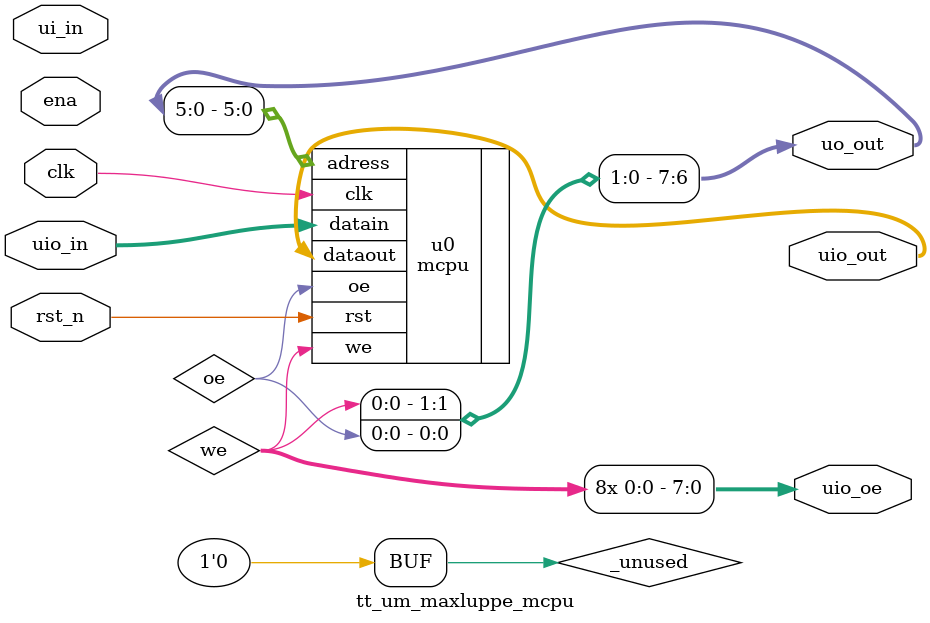
<source format=v>
/*
 * Copyright (c) 2024 Your Name
 * SPDX-License-Identifier: Apache-2.0
 */

//`default_nettype none

module tt_um_maxluppe_mcpu (
    input  wire [7:0] ui_in,    // Dedicated inputs
    output wire [7:0] uo_out,   // Dedicated outputs
    input  wire [7:0] uio_in,   // IOs: Input path
    output wire [7:0] uio_out,  // IOs: Output path
    output wire [7:0] uio_oe,   // IOs: Enable path (active high: 0=input, 1=output)
    input  wire       ena,      // always 1 when the design is powered, so you can ignore it
    input  wire       clk,      // clock
    input  wire       rst_n     // reset_n - low to reset
);

  // All output pins must be assigned. If not used, assign to 0.
  //assign uio_out = 0;

  // List all unused inputs to prevent warnings
    wire _unused = &{ena, ui_in, 1'b0};

    wire oe, we;
    
    mcpu u0 (
        .datain(uio_in),
        .dataout(uio_out),
        .adress(uo_out[5:0]),
        .oe(oe),
        .we(we),
        .rst(rst_n),
        .clk(clk)
    );

    assign uo_out[6] = oe;
    assign uo_out[7] = we;
    assign uio_oe = {8{we}};

endmodule

</source>
